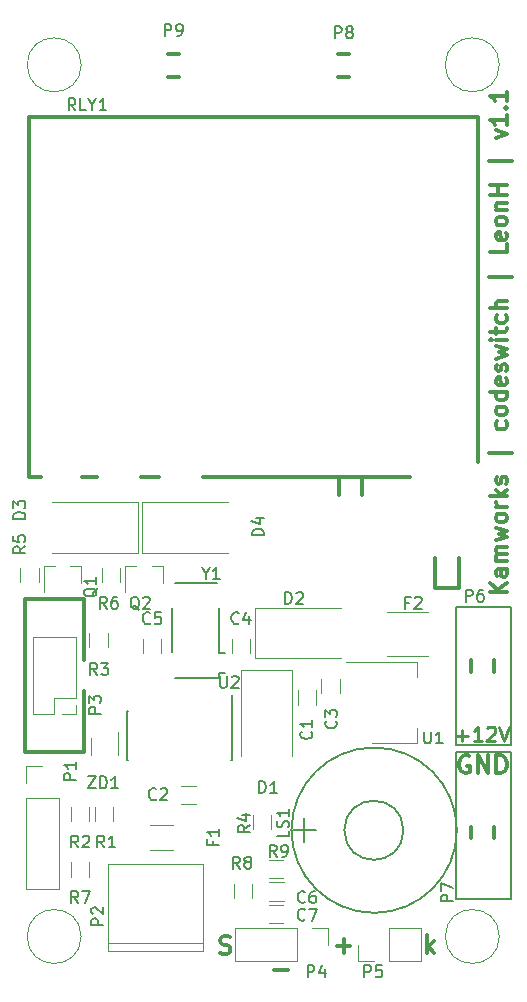
<source format=gbr>
G04 #@! TF.FileFunction,Legend,Top*
%FSLAX46Y46*%
G04 Gerber Fmt 4.6, Leading zero omitted, Abs format (unit mm)*
G04 Created by KiCad (PCBNEW 4.0.5-e0-6337~49~ubuntu16.04.1) date Sun Mar 26 23:32:04 2017*
%MOMM*%
%LPD*%
G01*
G04 APERTURE LIST*
%ADD10C,0.100000*%
%ADD11C,0.300000*%
%ADD12C,0.200000*%
%ADD13C,0.250000*%
%ADD14C,0.120000*%
%ADD15C,0.304800*%
%ADD16C,0.150000*%
G04 APERTURE END LIST*
D10*
D11*
X133550000Y-127978571D02*
X133550000Y-126478571D01*
X133692857Y-127407143D02*
X134121428Y-127978571D01*
X134121428Y-126978571D02*
X133550000Y-127550000D01*
D12*
X140700000Y-110400000D02*
X136000000Y-110400000D01*
X140700000Y-98700000D02*
X140700000Y-110400000D01*
X136000000Y-98700000D02*
X140700000Y-98700000D01*
X136000000Y-110400000D02*
X136000000Y-98700000D01*
X140700000Y-123400000D02*
X136000000Y-123400000D01*
X140700000Y-114600000D02*
X140700000Y-123400000D01*
X140700000Y-111000000D02*
X140700000Y-114600000D01*
X136000000Y-111000000D02*
X140700000Y-111000000D01*
X136000000Y-123400000D02*
X136000000Y-111000000D01*
D11*
X137157143Y-111350000D02*
X137014286Y-111278571D01*
X136800000Y-111278571D01*
X136585715Y-111350000D01*
X136442857Y-111492857D01*
X136371429Y-111635714D01*
X136300000Y-111921429D01*
X136300000Y-112135714D01*
X136371429Y-112421429D01*
X136442857Y-112564286D01*
X136585715Y-112707143D01*
X136800000Y-112778571D01*
X136942857Y-112778571D01*
X137157143Y-112707143D01*
X137228572Y-112635714D01*
X137228572Y-112135714D01*
X136942857Y-112135714D01*
X137871429Y-112778571D02*
X137871429Y-111278571D01*
X138728572Y-112778571D01*
X138728572Y-111278571D01*
X139442858Y-112778571D02*
X139442858Y-111278571D01*
X139800001Y-111278571D01*
X140014286Y-111350000D01*
X140157144Y-111492857D01*
X140228572Y-111635714D01*
X140300001Y-111921429D01*
X140300001Y-112135714D01*
X140228572Y-112421429D01*
X140157144Y-112564286D01*
X140014286Y-112707143D01*
X139800001Y-112778571D01*
X139442858Y-112778571D01*
D13*
X136085715Y-109585714D02*
X137000001Y-109585714D01*
X136542858Y-110042857D02*
X136542858Y-109128571D01*
X138200001Y-110042857D02*
X137514286Y-110042857D01*
X137857144Y-110042857D02*
X137857144Y-108842857D01*
X137742858Y-109014286D01*
X137628572Y-109128571D01*
X137514286Y-109185714D01*
X138657143Y-108957143D02*
X138714286Y-108900000D01*
X138828572Y-108842857D01*
X139114286Y-108842857D01*
X139228572Y-108900000D01*
X139285715Y-108957143D01*
X139342858Y-109071429D01*
X139342858Y-109185714D01*
X139285715Y-109357143D01*
X138600001Y-110042857D01*
X139342858Y-110042857D01*
X139685715Y-108842857D02*
X140085715Y-110042857D01*
X140485715Y-108842857D01*
D11*
X116071429Y-128007143D02*
X116285715Y-128078571D01*
X116642858Y-128078571D01*
X116785715Y-128007143D01*
X116857144Y-127935714D01*
X116928572Y-127792857D01*
X116928572Y-127650000D01*
X116857144Y-127507143D01*
X116785715Y-127435714D01*
X116642858Y-127364286D01*
X116357144Y-127292857D01*
X116214286Y-127221429D01*
X116142858Y-127150000D01*
X116071429Y-127007143D01*
X116071429Y-126864286D01*
X116142858Y-126721429D01*
X116214286Y-126650000D01*
X116357144Y-126578571D01*
X116714286Y-126578571D01*
X116928572Y-126650000D01*
X120628572Y-129407143D02*
X121771429Y-129407143D01*
X125928572Y-127407143D02*
X127071429Y-127407143D01*
X126500000Y-127978571D02*
X126500000Y-126835714D01*
X140333333Y-97466669D02*
X138933333Y-97466669D01*
X140333333Y-96666669D02*
X139533333Y-97266669D01*
X138933333Y-96666669D02*
X139733333Y-97466669D01*
X140333333Y-95466669D02*
X139600000Y-95466669D01*
X139466667Y-95533335D01*
X139400000Y-95666669D01*
X139400000Y-95933335D01*
X139466667Y-96066669D01*
X140266667Y-95466669D02*
X140333333Y-95600002D01*
X140333333Y-95933335D01*
X140266667Y-96066669D01*
X140133333Y-96133335D01*
X140000000Y-96133335D01*
X139866667Y-96066669D01*
X139800000Y-95933335D01*
X139800000Y-95600002D01*
X139733333Y-95466669D01*
X140333333Y-94800002D02*
X139400000Y-94800002D01*
X139533333Y-94800002D02*
X139466667Y-94733335D01*
X139400000Y-94600002D01*
X139400000Y-94400002D01*
X139466667Y-94266668D01*
X139600000Y-94200002D01*
X140333333Y-94200002D01*
X139600000Y-94200002D02*
X139466667Y-94133335D01*
X139400000Y-94000002D01*
X139400000Y-93800002D01*
X139466667Y-93666668D01*
X139600000Y-93600002D01*
X140333333Y-93600002D01*
X139400000Y-93066668D02*
X140333333Y-92800001D01*
X139666667Y-92533335D01*
X140333333Y-92266668D01*
X139400000Y-92000001D01*
X140333333Y-91266668D02*
X140266667Y-91400001D01*
X140200000Y-91466668D01*
X140066667Y-91533334D01*
X139666667Y-91533334D01*
X139533333Y-91466668D01*
X139466667Y-91400001D01*
X139400000Y-91266668D01*
X139400000Y-91066668D01*
X139466667Y-90933334D01*
X139533333Y-90866668D01*
X139666667Y-90800001D01*
X140066667Y-90800001D01*
X140200000Y-90866668D01*
X140266667Y-90933334D01*
X140333333Y-91066668D01*
X140333333Y-91266668D01*
X140333333Y-90200001D02*
X139400000Y-90200001D01*
X139666667Y-90200001D02*
X139533333Y-90133334D01*
X139466667Y-90066667D01*
X139400000Y-89933334D01*
X139400000Y-89800001D01*
X140333333Y-89333334D02*
X138933333Y-89333334D01*
X139800000Y-89200000D02*
X140333333Y-88800000D01*
X139400000Y-88800000D02*
X139933333Y-89333334D01*
X140266667Y-88266667D02*
X140333333Y-88133334D01*
X140333333Y-87866667D01*
X140266667Y-87733334D01*
X140133333Y-87666667D01*
X140066667Y-87666667D01*
X139933333Y-87733334D01*
X139866667Y-87866667D01*
X139866667Y-88066667D01*
X139800000Y-88200001D01*
X139666667Y-88266667D01*
X139600000Y-88266667D01*
X139466667Y-88200001D01*
X139400000Y-88066667D01*
X139400000Y-87866667D01*
X139466667Y-87733334D01*
X140800000Y-85666667D02*
X138800000Y-85666667D01*
X140266667Y-83000001D02*
X140333333Y-83133334D01*
X140333333Y-83400001D01*
X140266667Y-83533334D01*
X140200000Y-83600001D01*
X140066667Y-83666667D01*
X139666667Y-83666667D01*
X139533333Y-83600001D01*
X139466667Y-83533334D01*
X139400000Y-83400001D01*
X139400000Y-83133334D01*
X139466667Y-83000001D01*
X140333333Y-82200001D02*
X140266667Y-82333334D01*
X140200000Y-82400001D01*
X140066667Y-82466667D01*
X139666667Y-82466667D01*
X139533333Y-82400001D01*
X139466667Y-82333334D01*
X139400000Y-82200001D01*
X139400000Y-82000001D01*
X139466667Y-81866667D01*
X139533333Y-81800001D01*
X139666667Y-81733334D01*
X140066667Y-81733334D01*
X140200000Y-81800001D01*
X140266667Y-81866667D01*
X140333333Y-82000001D01*
X140333333Y-82200001D01*
X140333333Y-80533334D02*
X138933333Y-80533334D01*
X140266667Y-80533334D02*
X140333333Y-80666667D01*
X140333333Y-80933334D01*
X140266667Y-81066667D01*
X140200000Y-81133334D01*
X140066667Y-81200000D01*
X139666667Y-81200000D01*
X139533333Y-81133334D01*
X139466667Y-81066667D01*
X139400000Y-80933334D01*
X139400000Y-80666667D01*
X139466667Y-80533334D01*
X140266667Y-79333333D02*
X140333333Y-79466667D01*
X140333333Y-79733333D01*
X140266667Y-79866667D01*
X140133333Y-79933333D01*
X139600000Y-79933333D01*
X139466667Y-79866667D01*
X139400000Y-79733333D01*
X139400000Y-79466667D01*
X139466667Y-79333333D01*
X139600000Y-79266667D01*
X139733333Y-79266667D01*
X139866667Y-79933333D01*
X140266667Y-78733333D02*
X140333333Y-78600000D01*
X140333333Y-78333333D01*
X140266667Y-78200000D01*
X140133333Y-78133333D01*
X140066667Y-78133333D01*
X139933333Y-78200000D01*
X139866667Y-78333333D01*
X139866667Y-78533333D01*
X139800000Y-78666667D01*
X139666667Y-78733333D01*
X139600000Y-78733333D01*
X139466667Y-78666667D01*
X139400000Y-78533333D01*
X139400000Y-78333333D01*
X139466667Y-78200000D01*
X139400000Y-77666667D02*
X140333333Y-77400000D01*
X139666667Y-77133334D01*
X140333333Y-76866667D01*
X139400000Y-76600000D01*
X140333333Y-76066667D02*
X139400000Y-76066667D01*
X138933333Y-76066667D02*
X139000000Y-76133333D01*
X139066667Y-76066667D01*
X139000000Y-76000000D01*
X138933333Y-76066667D01*
X139066667Y-76066667D01*
X139400000Y-75600000D02*
X139400000Y-75066666D01*
X138933333Y-75400000D02*
X140133333Y-75400000D01*
X140266667Y-75333333D01*
X140333333Y-75200000D01*
X140333333Y-75066666D01*
X140266667Y-74000000D02*
X140333333Y-74133333D01*
X140333333Y-74400000D01*
X140266667Y-74533333D01*
X140200000Y-74600000D01*
X140066667Y-74666666D01*
X139666667Y-74666666D01*
X139533333Y-74600000D01*
X139466667Y-74533333D01*
X139400000Y-74400000D01*
X139400000Y-74133333D01*
X139466667Y-74000000D01*
X140333333Y-73400000D02*
X138933333Y-73400000D01*
X140333333Y-72800000D02*
X139600000Y-72800000D01*
X139466667Y-72866666D01*
X139400000Y-73000000D01*
X139400000Y-73200000D01*
X139466667Y-73333333D01*
X139533333Y-73400000D01*
X140800000Y-70733332D02*
X138800000Y-70733332D01*
X140333333Y-67999999D02*
X140333333Y-68666666D01*
X138933333Y-68666666D01*
X140266667Y-66999999D02*
X140333333Y-67133333D01*
X140333333Y-67399999D01*
X140266667Y-67533333D01*
X140133333Y-67599999D01*
X139600000Y-67599999D01*
X139466667Y-67533333D01*
X139400000Y-67399999D01*
X139400000Y-67133333D01*
X139466667Y-66999999D01*
X139600000Y-66933333D01*
X139733333Y-66933333D01*
X139866667Y-67599999D01*
X140333333Y-66133333D02*
X140266667Y-66266666D01*
X140200000Y-66333333D01*
X140066667Y-66399999D01*
X139666667Y-66399999D01*
X139533333Y-66333333D01*
X139466667Y-66266666D01*
X139400000Y-66133333D01*
X139400000Y-65933333D01*
X139466667Y-65799999D01*
X139533333Y-65733333D01*
X139666667Y-65666666D01*
X140066667Y-65666666D01*
X140200000Y-65733333D01*
X140266667Y-65799999D01*
X140333333Y-65933333D01*
X140333333Y-66133333D01*
X139400000Y-65066666D02*
X140333333Y-65066666D01*
X139533333Y-65066666D02*
X139466667Y-64999999D01*
X139400000Y-64866666D01*
X139400000Y-64666666D01*
X139466667Y-64533332D01*
X139600000Y-64466666D01*
X140333333Y-64466666D01*
X140333333Y-63799999D02*
X138933333Y-63799999D01*
X139600000Y-63799999D02*
X139600000Y-62999999D01*
X140333333Y-62999999D02*
X138933333Y-62999999D01*
X140800000Y-60933331D02*
X138800000Y-60933331D01*
X139400000Y-58999998D02*
X140333333Y-58666665D01*
X139400000Y-58333331D01*
X140333333Y-57066664D02*
X140333333Y-57866664D01*
X140333333Y-57466664D02*
X138933333Y-57466664D01*
X139133333Y-57599998D01*
X139266667Y-57733331D01*
X139333333Y-57866664D01*
X140200000Y-56466665D02*
X140266667Y-56399998D01*
X140333333Y-56466665D01*
X140266667Y-56533331D01*
X140200000Y-56466665D01*
X140333333Y-56466665D01*
X140333333Y-55066664D02*
X140333333Y-55866664D01*
X140333333Y-55466664D02*
X138933333Y-55466664D01*
X139133333Y-55599998D01*
X139266667Y-55733331D01*
X139333333Y-55866664D01*
D14*
X139686000Y-52800000D02*
G75*
G03X139686000Y-52800000I-2286000J0D01*
G01*
X139686000Y-126600000D02*
G75*
G03X139686000Y-126600000I-2286000J0D01*
G01*
X104286000Y-126600000D02*
G75*
G03X104286000Y-126600000I-2286000J0D01*
G01*
X122150000Y-104000000D02*
X117850000Y-104000000D01*
X117850000Y-104000000D02*
X117850000Y-111300000D01*
X122150000Y-104000000D02*
X122150000Y-111300000D01*
X119000000Y-98750000D02*
X119000000Y-103050000D01*
X119000000Y-103050000D02*
X126300000Y-103050000D01*
X119000000Y-98750000D02*
X126300000Y-98750000D01*
X109100000Y-94150000D02*
X109100000Y-89850000D01*
X109100000Y-89850000D02*
X101800000Y-89850000D01*
X109100000Y-94150000D02*
X101800000Y-94150000D01*
X109400000Y-89850000D02*
X109400000Y-94150000D01*
X109400000Y-94150000D02*
X116700000Y-94150000D01*
X109400000Y-89850000D02*
X116700000Y-89850000D01*
X112100000Y-119270000D02*
X110100000Y-119270000D01*
X110100000Y-117130000D02*
X112100000Y-117130000D01*
X99610000Y-114870000D02*
X99610000Y-122610000D01*
X99610000Y-122610000D02*
X102390000Y-122610000D01*
X102390000Y-122610000D02*
X102390000Y-114870000D01*
X102390000Y-114870000D02*
X99610000Y-114870000D01*
X99610000Y-113600000D02*
X99610000Y-112210000D01*
X99610000Y-112210000D02*
X101000000Y-112210000D01*
X106600000Y-127800000D02*
X114600000Y-127800000D01*
X106600000Y-120480000D02*
X114600000Y-120480000D01*
X114600000Y-120480000D02*
X114600000Y-127800000D01*
X114600000Y-127180000D02*
X106600000Y-127180000D01*
X106600000Y-127800000D02*
X106600000Y-120480000D01*
X122530000Y-125910000D02*
X117330000Y-125910000D01*
X117330000Y-125910000D02*
X117330000Y-128690000D01*
X117330000Y-128690000D02*
X122530000Y-128690000D01*
X122530000Y-128690000D02*
X122530000Y-125910000D01*
X123800000Y-125910000D02*
X125190000Y-125910000D01*
X125190000Y-125910000D02*
X125190000Y-127300000D01*
X130370000Y-128690000D02*
X133030000Y-128690000D01*
X133030000Y-128690000D02*
X133030000Y-125910000D01*
X133030000Y-125910000D02*
X130370000Y-125910000D01*
X130370000Y-125910000D02*
X130370000Y-128690000D01*
X129100000Y-128690000D02*
X127710000Y-128690000D01*
X127710000Y-128690000D02*
X127710000Y-127300000D01*
X104280000Y-95240000D02*
X103350000Y-95240000D01*
X101120000Y-95240000D02*
X102050000Y-95240000D01*
X101120000Y-95240000D02*
X101120000Y-97400000D01*
X104280000Y-95240000D02*
X104280000Y-96700000D01*
X111180000Y-95240000D02*
X110250000Y-95240000D01*
X108020000Y-95240000D02*
X108950000Y-95240000D01*
X108020000Y-95240000D02*
X108020000Y-97400000D01*
X111180000Y-95240000D02*
X111180000Y-96700000D01*
X132710000Y-110210000D02*
X132710000Y-108950000D01*
X132710000Y-103390000D02*
X132710000Y-104650000D01*
X128950000Y-110210000D02*
X132710000Y-110210000D01*
X126700000Y-103390000D02*
X132710000Y-103390000D01*
X107410000Y-111200000D02*
X107410000Y-109300000D01*
X105090000Y-109800000D02*
X105090000Y-111200000D01*
D15*
X139200000Y-104200000D02*
X139200000Y-103200000D01*
X137300000Y-104200000D02*
X137300000Y-103200000D01*
X139200000Y-118300000D02*
X139200000Y-117300000D01*
X137300000Y-118300000D02*
X137300000Y-117300000D01*
X127000000Y-51900000D02*
X126000000Y-51900000D01*
X127000000Y-53800000D02*
X126000000Y-53800000D01*
X112600000Y-51900000D02*
X111600000Y-51900000D01*
X112600000Y-53800000D02*
X111600000Y-53800000D01*
D14*
X133630000Y-99120000D02*
X130170000Y-99120000D01*
X133630000Y-102880000D02*
X130170000Y-102880000D01*
X105420000Y-116825000D02*
X105420000Y-115625000D01*
X106980000Y-115625000D02*
X106980000Y-116825000D01*
X103420000Y-116825000D02*
X103420000Y-115625000D01*
X104980000Y-115625000D02*
X104980000Y-116825000D01*
X124180000Y-105775000D02*
X124180000Y-106975000D01*
X122620000Y-106975000D02*
X122620000Y-105775000D01*
X112775000Y-113820000D02*
X113975000Y-113820000D01*
X113975000Y-115380000D02*
X112775000Y-115380000D01*
X126180000Y-104775000D02*
X126180000Y-105975000D01*
X124620000Y-105975000D02*
X124620000Y-104775000D01*
X117020000Y-102625000D02*
X117020000Y-101425000D01*
X118580000Y-101425000D02*
X118580000Y-102625000D01*
X109520000Y-102625000D02*
X109520000Y-101425000D01*
X111080000Y-101425000D02*
X111080000Y-102625000D01*
X121425000Y-123580000D02*
X120225000Y-123580000D01*
X120225000Y-122020000D02*
X121425000Y-122020000D01*
X106530000Y-100875000D02*
X106530000Y-102075000D01*
X104970000Y-102075000D02*
X104970000Y-100875000D01*
X120380000Y-116275000D02*
X120380000Y-117475000D01*
X118820000Y-117475000D02*
X118820000Y-116275000D01*
X99120000Y-96625000D02*
X99120000Y-95425000D01*
X100680000Y-95425000D02*
X100680000Y-96625000D01*
X107580000Y-95375000D02*
X107580000Y-96575000D01*
X106020000Y-96575000D02*
X106020000Y-95375000D01*
D11*
X104505000Y-103205000D02*
X104505000Y-98005000D01*
X104505000Y-111005000D02*
X104505000Y-105805000D01*
X99505000Y-111005000D02*
X99505000Y-98005000D01*
X99505000Y-98005000D02*
X104505000Y-98005000D01*
X104505000Y-111005000D02*
X99505000Y-111005000D01*
D14*
X103830000Y-106405000D02*
X103830000Y-101205000D01*
X103830000Y-101205000D02*
X100180000Y-101205000D01*
X100180000Y-101205000D02*
X100180000Y-107795000D01*
X100180000Y-107795000D02*
X102005000Y-107795000D01*
X102005000Y-107795000D02*
X102005000Y-106405000D01*
X102005000Y-106405000D02*
X103830000Y-106405000D01*
X103830000Y-107040000D02*
X103830000Y-107795000D01*
X103830000Y-107795000D02*
X102640000Y-107795000D01*
X104286000Y-52800000D02*
G75*
G03X104286000Y-52800000I-2286000J0D01*
G01*
D16*
X112200000Y-96705000D02*
X115820000Y-96705000D01*
X112000000Y-102535000D02*
X112000000Y-98815000D01*
X112200000Y-104725000D02*
X115980000Y-104725000D01*
X115980000Y-104725000D02*
X115980000Y-104305000D01*
X115980000Y-104305000D02*
X116480000Y-104305000D01*
X115940000Y-98785000D02*
X115940000Y-102595000D01*
X115940000Y-102595000D02*
X116450000Y-102595000D01*
X116450000Y-102595000D02*
X116480000Y-102595000D01*
X117050000Y-107525000D02*
X117025000Y-107525000D01*
X117050000Y-111675000D02*
X116935000Y-111675000D01*
X108150000Y-111675000D02*
X108265000Y-111675000D01*
X108150000Y-107525000D02*
X108265000Y-107525000D01*
X117050000Y-107525000D02*
X117050000Y-111675000D01*
X108150000Y-107525000D02*
X108150000Y-111675000D01*
X117025000Y-107525000D02*
X117025000Y-106150000D01*
D14*
X120175000Y-123920000D02*
X121375000Y-123920000D01*
X121375000Y-125480000D02*
X120175000Y-125480000D01*
X103420000Y-121525000D02*
X103420000Y-120325000D01*
X104980000Y-120325000D02*
X104980000Y-121525000D01*
X117220000Y-123325000D02*
X117220000Y-122125000D01*
X118780000Y-122125000D02*
X118780000Y-123325000D01*
X120175000Y-120120000D02*
X121375000Y-120120000D01*
X121375000Y-121680000D02*
X120175000Y-121680000D01*
D16*
X131571380Y-117610000D02*
G75*
G03X131571380Y-117610000I-2501380J0D01*
G01*
X123190520Y-118600760D02*
X123190520Y-116599240D01*
X124188740Y-117600000D02*
X122189760Y-117600000D01*
X136090240Y-117600000D02*
G75*
G03X136090240Y-117600000I-7000240J0D01*
G01*
D11*
X137850000Y-57700000D02*
X137850000Y-57200000D01*
X99850000Y-57700000D02*
X99850000Y-57200000D01*
X134240000Y-94570000D02*
X134240000Y-97070000D01*
X134240000Y-97070000D02*
X136240000Y-97070000D01*
X136240000Y-97070000D02*
X136240000Y-94570000D01*
X128100000Y-89200000D02*
X128100000Y-87700000D01*
X126100000Y-89200000D02*
X126100000Y-87700000D01*
X114600000Y-87700000D02*
X132100000Y-87700000D01*
X109350000Y-87700000D02*
X110850000Y-87700000D01*
X104350000Y-87700000D02*
X105600000Y-87700000D01*
X99850000Y-87700000D02*
X100850000Y-87700000D01*
X137850000Y-57700000D02*
X137850000Y-86450000D01*
X137850000Y-57200000D02*
X99850000Y-57200000D01*
X99850000Y-57700000D02*
X99850000Y-87700000D01*
D16*
X119361905Y-114452381D02*
X119361905Y-113452381D01*
X119600000Y-113452381D01*
X119742858Y-113500000D01*
X119838096Y-113595238D01*
X119885715Y-113690476D01*
X119933334Y-113880952D01*
X119933334Y-114023810D01*
X119885715Y-114214286D01*
X119838096Y-114309524D01*
X119742858Y-114404762D01*
X119600000Y-114452381D01*
X119361905Y-114452381D01*
X120885715Y-114452381D02*
X120314286Y-114452381D01*
X120600000Y-114452381D02*
X120600000Y-113452381D01*
X120504762Y-113595238D01*
X120409524Y-113690476D01*
X120314286Y-113738095D01*
X121561905Y-98452381D02*
X121561905Y-97452381D01*
X121800000Y-97452381D01*
X121942858Y-97500000D01*
X122038096Y-97595238D01*
X122085715Y-97690476D01*
X122133334Y-97880952D01*
X122133334Y-98023810D01*
X122085715Y-98214286D01*
X122038096Y-98309524D01*
X121942858Y-98404762D01*
X121800000Y-98452381D01*
X121561905Y-98452381D01*
X122514286Y-97547619D02*
X122561905Y-97500000D01*
X122657143Y-97452381D01*
X122895239Y-97452381D01*
X122990477Y-97500000D01*
X123038096Y-97547619D01*
X123085715Y-97642857D01*
X123085715Y-97738095D01*
X123038096Y-97880952D01*
X122466667Y-98452381D01*
X123085715Y-98452381D01*
X99552381Y-91238095D02*
X98552381Y-91238095D01*
X98552381Y-91000000D01*
X98600000Y-90857142D01*
X98695238Y-90761904D01*
X98790476Y-90714285D01*
X98980952Y-90666666D01*
X99123810Y-90666666D01*
X99314286Y-90714285D01*
X99409524Y-90761904D01*
X99504762Y-90857142D01*
X99552381Y-91000000D01*
X99552381Y-91238095D01*
X98552381Y-90333333D02*
X98552381Y-89714285D01*
X98933333Y-90047619D01*
X98933333Y-89904761D01*
X98980952Y-89809523D01*
X99028571Y-89761904D01*
X99123810Y-89714285D01*
X99361905Y-89714285D01*
X99457143Y-89761904D01*
X99504762Y-89809523D01*
X99552381Y-89904761D01*
X99552381Y-90190476D01*
X99504762Y-90285714D01*
X99457143Y-90333333D01*
X119752381Y-92638095D02*
X118752381Y-92638095D01*
X118752381Y-92400000D01*
X118800000Y-92257142D01*
X118895238Y-92161904D01*
X118990476Y-92114285D01*
X119180952Y-92066666D01*
X119323810Y-92066666D01*
X119514286Y-92114285D01*
X119609524Y-92161904D01*
X119704762Y-92257142D01*
X119752381Y-92400000D01*
X119752381Y-92638095D01*
X119085714Y-91209523D02*
X119752381Y-91209523D01*
X118704762Y-91447619D02*
X119419048Y-91685714D01*
X119419048Y-91066666D01*
X115428571Y-118533333D02*
X115428571Y-118866667D01*
X115952381Y-118866667D02*
X114952381Y-118866667D01*
X114952381Y-118390476D01*
X115952381Y-117485714D02*
X115952381Y-118057143D01*
X115952381Y-117771429D02*
X114952381Y-117771429D01*
X115095238Y-117866667D01*
X115190476Y-117961905D01*
X115238095Y-118057143D01*
X103852381Y-113338095D02*
X102852381Y-113338095D01*
X102852381Y-112957142D01*
X102900000Y-112861904D01*
X102947619Y-112814285D01*
X103042857Y-112766666D01*
X103185714Y-112766666D01*
X103280952Y-112814285D01*
X103328571Y-112861904D01*
X103376190Y-112957142D01*
X103376190Y-113338095D01*
X103852381Y-111814285D02*
X103852381Y-112385714D01*
X103852381Y-112100000D02*
X102852381Y-112100000D01*
X102995238Y-112195238D01*
X103090476Y-112290476D01*
X103138095Y-112385714D01*
X106152381Y-125638095D02*
X105152381Y-125638095D01*
X105152381Y-125257142D01*
X105200000Y-125161904D01*
X105247619Y-125114285D01*
X105342857Y-125066666D01*
X105485714Y-125066666D01*
X105580952Y-125114285D01*
X105628571Y-125161904D01*
X105676190Y-125257142D01*
X105676190Y-125638095D01*
X105247619Y-124685714D02*
X105200000Y-124638095D01*
X105152381Y-124542857D01*
X105152381Y-124304761D01*
X105200000Y-124209523D01*
X105247619Y-124161904D01*
X105342857Y-124114285D01*
X105438095Y-124114285D01*
X105580952Y-124161904D01*
X106152381Y-124733333D01*
X106152381Y-124114285D01*
X123461905Y-130052381D02*
X123461905Y-129052381D01*
X123842858Y-129052381D01*
X123938096Y-129100000D01*
X123985715Y-129147619D01*
X124033334Y-129242857D01*
X124033334Y-129385714D01*
X123985715Y-129480952D01*
X123938096Y-129528571D01*
X123842858Y-129576190D01*
X123461905Y-129576190D01*
X124890477Y-129385714D02*
X124890477Y-130052381D01*
X124652381Y-129004762D02*
X124414286Y-129719048D01*
X125033334Y-129719048D01*
X128261905Y-130052381D02*
X128261905Y-129052381D01*
X128642858Y-129052381D01*
X128738096Y-129100000D01*
X128785715Y-129147619D01*
X128833334Y-129242857D01*
X128833334Y-129385714D01*
X128785715Y-129480952D01*
X128738096Y-129528571D01*
X128642858Y-129576190D01*
X128261905Y-129576190D01*
X129738096Y-129052381D02*
X129261905Y-129052381D01*
X129214286Y-129528571D01*
X129261905Y-129480952D01*
X129357143Y-129433333D01*
X129595239Y-129433333D01*
X129690477Y-129480952D01*
X129738096Y-129528571D01*
X129785715Y-129623810D01*
X129785715Y-129861905D01*
X129738096Y-129957143D01*
X129690477Y-130004762D01*
X129595239Y-130052381D01*
X129357143Y-130052381D01*
X129261905Y-130004762D01*
X129214286Y-129957143D01*
X105647619Y-97095238D02*
X105600000Y-97190476D01*
X105504762Y-97285714D01*
X105361905Y-97428571D01*
X105314286Y-97523810D01*
X105314286Y-97619048D01*
X105552381Y-97571429D02*
X105504762Y-97666667D01*
X105409524Y-97761905D01*
X105219048Y-97809524D01*
X104885714Y-97809524D01*
X104695238Y-97761905D01*
X104600000Y-97666667D01*
X104552381Y-97571429D01*
X104552381Y-97380952D01*
X104600000Y-97285714D01*
X104695238Y-97190476D01*
X104885714Y-97142857D01*
X105219048Y-97142857D01*
X105409524Y-97190476D01*
X105504762Y-97285714D01*
X105552381Y-97380952D01*
X105552381Y-97571429D01*
X105552381Y-96190476D02*
X105552381Y-96761905D01*
X105552381Y-96476191D02*
X104552381Y-96476191D01*
X104695238Y-96571429D01*
X104790476Y-96666667D01*
X104838095Y-96761905D01*
X109204762Y-98947619D02*
X109109524Y-98900000D01*
X109014286Y-98804762D01*
X108871429Y-98661905D01*
X108776190Y-98614286D01*
X108680952Y-98614286D01*
X108728571Y-98852381D02*
X108633333Y-98804762D01*
X108538095Y-98709524D01*
X108490476Y-98519048D01*
X108490476Y-98185714D01*
X108538095Y-97995238D01*
X108633333Y-97900000D01*
X108728571Y-97852381D01*
X108919048Y-97852381D01*
X109014286Y-97900000D01*
X109109524Y-97995238D01*
X109157143Y-98185714D01*
X109157143Y-98519048D01*
X109109524Y-98709524D01*
X109014286Y-98804762D01*
X108919048Y-98852381D01*
X108728571Y-98852381D01*
X109538095Y-97947619D02*
X109585714Y-97900000D01*
X109680952Y-97852381D01*
X109919048Y-97852381D01*
X110014286Y-97900000D01*
X110061905Y-97947619D01*
X110109524Y-98042857D01*
X110109524Y-98138095D01*
X110061905Y-98280952D01*
X109490476Y-98852381D01*
X110109524Y-98852381D01*
X133338095Y-109252381D02*
X133338095Y-110061905D01*
X133385714Y-110157143D01*
X133433333Y-110204762D01*
X133528571Y-110252381D01*
X133719048Y-110252381D01*
X133814286Y-110204762D01*
X133861905Y-110157143D01*
X133909524Y-110061905D01*
X133909524Y-109252381D01*
X134909524Y-110252381D02*
X134338095Y-110252381D01*
X134623809Y-110252381D02*
X134623809Y-109252381D01*
X134528571Y-109395238D01*
X134433333Y-109490476D01*
X134338095Y-109538095D01*
X104840476Y-113052381D02*
X105507143Y-113052381D01*
X104840476Y-114052381D01*
X105507143Y-114052381D01*
X105888095Y-114052381D02*
X105888095Y-113052381D01*
X106126190Y-113052381D01*
X106269048Y-113100000D01*
X106364286Y-113195238D01*
X106411905Y-113290476D01*
X106459524Y-113480952D01*
X106459524Y-113623810D01*
X106411905Y-113814286D01*
X106364286Y-113909524D01*
X106269048Y-114004762D01*
X106126190Y-114052381D01*
X105888095Y-114052381D01*
X107411905Y-114052381D02*
X106840476Y-114052381D01*
X107126190Y-114052381D02*
X107126190Y-113052381D01*
X107030952Y-113195238D01*
X106935714Y-113290476D01*
X106840476Y-113338095D01*
X136861905Y-98252381D02*
X136861905Y-97252381D01*
X137242858Y-97252381D01*
X137338096Y-97300000D01*
X137385715Y-97347619D01*
X137433334Y-97442857D01*
X137433334Y-97585714D01*
X137385715Y-97680952D01*
X137338096Y-97728571D01*
X137242858Y-97776190D01*
X136861905Y-97776190D01*
X138290477Y-97252381D02*
X138100000Y-97252381D01*
X138004762Y-97300000D01*
X137957143Y-97347619D01*
X137861905Y-97490476D01*
X137814286Y-97680952D01*
X137814286Y-98061905D01*
X137861905Y-98157143D01*
X137909524Y-98204762D01*
X138004762Y-98252381D01*
X138195239Y-98252381D01*
X138290477Y-98204762D01*
X138338096Y-98157143D01*
X138385715Y-98061905D01*
X138385715Y-97823810D01*
X138338096Y-97728571D01*
X138290477Y-97680952D01*
X138195239Y-97633333D01*
X138004762Y-97633333D01*
X137909524Y-97680952D01*
X137861905Y-97728571D01*
X137814286Y-97823810D01*
X135752381Y-123638095D02*
X134752381Y-123638095D01*
X134752381Y-123257142D01*
X134800000Y-123161904D01*
X134847619Y-123114285D01*
X134942857Y-123066666D01*
X135085714Y-123066666D01*
X135180952Y-123114285D01*
X135228571Y-123161904D01*
X135276190Y-123257142D01*
X135276190Y-123638095D01*
X134752381Y-122733333D02*
X134752381Y-122066666D01*
X135752381Y-122495238D01*
X125761905Y-50552381D02*
X125761905Y-49552381D01*
X126142858Y-49552381D01*
X126238096Y-49600000D01*
X126285715Y-49647619D01*
X126333334Y-49742857D01*
X126333334Y-49885714D01*
X126285715Y-49980952D01*
X126238096Y-50028571D01*
X126142858Y-50076190D01*
X125761905Y-50076190D01*
X126904762Y-49980952D02*
X126809524Y-49933333D01*
X126761905Y-49885714D01*
X126714286Y-49790476D01*
X126714286Y-49742857D01*
X126761905Y-49647619D01*
X126809524Y-49600000D01*
X126904762Y-49552381D01*
X127095239Y-49552381D01*
X127190477Y-49600000D01*
X127238096Y-49647619D01*
X127285715Y-49742857D01*
X127285715Y-49790476D01*
X127238096Y-49885714D01*
X127190477Y-49933333D01*
X127095239Y-49980952D01*
X126904762Y-49980952D01*
X126809524Y-50028571D01*
X126761905Y-50076190D01*
X126714286Y-50171429D01*
X126714286Y-50361905D01*
X126761905Y-50457143D01*
X126809524Y-50504762D01*
X126904762Y-50552381D01*
X127095239Y-50552381D01*
X127190477Y-50504762D01*
X127238096Y-50457143D01*
X127285715Y-50361905D01*
X127285715Y-50171429D01*
X127238096Y-50076190D01*
X127190477Y-50028571D01*
X127095239Y-49980952D01*
X111361905Y-50352381D02*
X111361905Y-49352381D01*
X111742858Y-49352381D01*
X111838096Y-49400000D01*
X111885715Y-49447619D01*
X111933334Y-49542857D01*
X111933334Y-49685714D01*
X111885715Y-49780952D01*
X111838096Y-49828571D01*
X111742858Y-49876190D01*
X111361905Y-49876190D01*
X112409524Y-50352381D02*
X112600000Y-50352381D01*
X112695239Y-50304762D01*
X112742858Y-50257143D01*
X112838096Y-50114286D01*
X112885715Y-49923810D01*
X112885715Y-49542857D01*
X112838096Y-49447619D01*
X112790477Y-49400000D01*
X112695239Y-49352381D01*
X112504762Y-49352381D01*
X112409524Y-49400000D01*
X112361905Y-49447619D01*
X112314286Y-49542857D01*
X112314286Y-49780952D01*
X112361905Y-49876190D01*
X112409524Y-49923810D01*
X112504762Y-49971429D01*
X112695239Y-49971429D01*
X112790477Y-49923810D01*
X112838096Y-49876190D01*
X112885715Y-49780952D01*
X132066667Y-98328571D02*
X131733333Y-98328571D01*
X131733333Y-98852381D02*
X131733333Y-97852381D01*
X132209524Y-97852381D01*
X132542857Y-97947619D02*
X132590476Y-97900000D01*
X132685714Y-97852381D01*
X132923810Y-97852381D01*
X133019048Y-97900000D01*
X133066667Y-97947619D01*
X133114286Y-98042857D01*
X133114286Y-98138095D01*
X133066667Y-98280952D01*
X132495238Y-98852381D01*
X133114286Y-98852381D01*
X106233334Y-119052381D02*
X105900000Y-118576190D01*
X105661905Y-119052381D02*
X105661905Y-118052381D01*
X106042858Y-118052381D01*
X106138096Y-118100000D01*
X106185715Y-118147619D01*
X106233334Y-118242857D01*
X106233334Y-118385714D01*
X106185715Y-118480952D01*
X106138096Y-118528571D01*
X106042858Y-118576190D01*
X105661905Y-118576190D01*
X107185715Y-119052381D02*
X106614286Y-119052381D01*
X106900000Y-119052381D02*
X106900000Y-118052381D01*
X106804762Y-118195238D01*
X106709524Y-118290476D01*
X106614286Y-118338095D01*
X104033334Y-119052381D02*
X103700000Y-118576190D01*
X103461905Y-119052381D02*
X103461905Y-118052381D01*
X103842858Y-118052381D01*
X103938096Y-118100000D01*
X103985715Y-118147619D01*
X104033334Y-118242857D01*
X104033334Y-118385714D01*
X103985715Y-118480952D01*
X103938096Y-118528571D01*
X103842858Y-118576190D01*
X103461905Y-118576190D01*
X104414286Y-118147619D02*
X104461905Y-118100000D01*
X104557143Y-118052381D01*
X104795239Y-118052381D01*
X104890477Y-118100000D01*
X104938096Y-118147619D01*
X104985715Y-118242857D01*
X104985715Y-118338095D01*
X104938096Y-118480952D01*
X104366667Y-119052381D01*
X104985715Y-119052381D01*
X123757143Y-109266666D02*
X123804762Y-109314285D01*
X123852381Y-109457142D01*
X123852381Y-109552380D01*
X123804762Y-109695238D01*
X123709524Y-109790476D01*
X123614286Y-109838095D01*
X123423810Y-109885714D01*
X123280952Y-109885714D01*
X123090476Y-109838095D01*
X122995238Y-109790476D01*
X122900000Y-109695238D01*
X122852381Y-109552380D01*
X122852381Y-109457142D01*
X122900000Y-109314285D01*
X122947619Y-109266666D01*
X123852381Y-108314285D02*
X123852381Y-108885714D01*
X123852381Y-108600000D02*
X122852381Y-108600000D01*
X122995238Y-108695238D01*
X123090476Y-108790476D01*
X123138095Y-108885714D01*
X110633334Y-114957143D02*
X110585715Y-115004762D01*
X110442858Y-115052381D01*
X110347620Y-115052381D01*
X110204762Y-115004762D01*
X110109524Y-114909524D01*
X110061905Y-114814286D01*
X110014286Y-114623810D01*
X110014286Y-114480952D01*
X110061905Y-114290476D01*
X110109524Y-114195238D01*
X110204762Y-114100000D01*
X110347620Y-114052381D01*
X110442858Y-114052381D01*
X110585715Y-114100000D01*
X110633334Y-114147619D01*
X111014286Y-114147619D02*
X111061905Y-114100000D01*
X111157143Y-114052381D01*
X111395239Y-114052381D01*
X111490477Y-114100000D01*
X111538096Y-114147619D01*
X111585715Y-114242857D01*
X111585715Y-114338095D01*
X111538096Y-114480952D01*
X110966667Y-115052381D01*
X111585715Y-115052381D01*
X125857143Y-108366666D02*
X125904762Y-108414285D01*
X125952381Y-108557142D01*
X125952381Y-108652380D01*
X125904762Y-108795238D01*
X125809524Y-108890476D01*
X125714286Y-108938095D01*
X125523810Y-108985714D01*
X125380952Y-108985714D01*
X125190476Y-108938095D01*
X125095238Y-108890476D01*
X125000000Y-108795238D01*
X124952381Y-108652380D01*
X124952381Y-108557142D01*
X125000000Y-108414285D01*
X125047619Y-108366666D01*
X124952381Y-108033333D02*
X124952381Y-107414285D01*
X125333333Y-107747619D01*
X125333333Y-107604761D01*
X125380952Y-107509523D01*
X125428571Y-107461904D01*
X125523810Y-107414285D01*
X125761905Y-107414285D01*
X125857143Y-107461904D01*
X125904762Y-107509523D01*
X125952381Y-107604761D01*
X125952381Y-107890476D01*
X125904762Y-107985714D01*
X125857143Y-108033333D01*
X117633334Y-100057143D02*
X117585715Y-100104762D01*
X117442858Y-100152381D01*
X117347620Y-100152381D01*
X117204762Y-100104762D01*
X117109524Y-100009524D01*
X117061905Y-99914286D01*
X117014286Y-99723810D01*
X117014286Y-99580952D01*
X117061905Y-99390476D01*
X117109524Y-99295238D01*
X117204762Y-99200000D01*
X117347620Y-99152381D01*
X117442858Y-99152381D01*
X117585715Y-99200000D01*
X117633334Y-99247619D01*
X118490477Y-99485714D02*
X118490477Y-100152381D01*
X118252381Y-99104762D02*
X118014286Y-99819048D01*
X118633334Y-99819048D01*
X110133334Y-100057143D02*
X110085715Y-100104762D01*
X109942858Y-100152381D01*
X109847620Y-100152381D01*
X109704762Y-100104762D01*
X109609524Y-100009524D01*
X109561905Y-99914286D01*
X109514286Y-99723810D01*
X109514286Y-99580952D01*
X109561905Y-99390476D01*
X109609524Y-99295238D01*
X109704762Y-99200000D01*
X109847620Y-99152381D01*
X109942858Y-99152381D01*
X110085715Y-99200000D01*
X110133334Y-99247619D01*
X111038096Y-99152381D02*
X110561905Y-99152381D01*
X110514286Y-99628571D01*
X110561905Y-99580952D01*
X110657143Y-99533333D01*
X110895239Y-99533333D01*
X110990477Y-99580952D01*
X111038096Y-99628571D01*
X111085715Y-99723810D01*
X111085715Y-99961905D01*
X111038096Y-100057143D01*
X110990477Y-100104762D01*
X110895239Y-100152381D01*
X110657143Y-100152381D01*
X110561905Y-100104762D01*
X110514286Y-100057143D01*
X123233334Y-123657143D02*
X123185715Y-123704762D01*
X123042858Y-123752381D01*
X122947620Y-123752381D01*
X122804762Y-123704762D01*
X122709524Y-123609524D01*
X122661905Y-123514286D01*
X122614286Y-123323810D01*
X122614286Y-123180952D01*
X122661905Y-122990476D01*
X122709524Y-122895238D01*
X122804762Y-122800000D01*
X122947620Y-122752381D01*
X123042858Y-122752381D01*
X123185715Y-122800000D01*
X123233334Y-122847619D01*
X124090477Y-122752381D02*
X123900000Y-122752381D01*
X123804762Y-122800000D01*
X123757143Y-122847619D01*
X123661905Y-122990476D01*
X123614286Y-123180952D01*
X123614286Y-123561905D01*
X123661905Y-123657143D01*
X123709524Y-123704762D01*
X123804762Y-123752381D01*
X123995239Y-123752381D01*
X124090477Y-123704762D01*
X124138096Y-123657143D01*
X124185715Y-123561905D01*
X124185715Y-123323810D01*
X124138096Y-123228571D01*
X124090477Y-123180952D01*
X123995239Y-123133333D01*
X123804762Y-123133333D01*
X123709524Y-123180952D01*
X123661905Y-123228571D01*
X123614286Y-123323810D01*
X105633334Y-104452381D02*
X105300000Y-103976190D01*
X105061905Y-104452381D02*
X105061905Y-103452381D01*
X105442858Y-103452381D01*
X105538096Y-103500000D01*
X105585715Y-103547619D01*
X105633334Y-103642857D01*
X105633334Y-103785714D01*
X105585715Y-103880952D01*
X105538096Y-103928571D01*
X105442858Y-103976190D01*
X105061905Y-103976190D01*
X105966667Y-103452381D02*
X106585715Y-103452381D01*
X106252381Y-103833333D01*
X106395239Y-103833333D01*
X106490477Y-103880952D01*
X106538096Y-103928571D01*
X106585715Y-104023810D01*
X106585715Y-104261905D01*
X106538096Y-104357143D01*
X106490477Y-104404762D01*
X106395239Y-104452381D01*
X106109524Y-104452381D01*
X106014286Y-104404762D01*
X105966667Y-104357143D01*
X118552381Y-117166666D02*
X118076190Y-117500000D01*
X118552381Y-117738095D02*
X117552381Y-117738095D01*
X117552381Y-117357142D01*
X117600000Y-117261904D01*
X117647619Y-117214285D01*
X117742857Y-117166666D01*
X117885714Y-117166666D01*
X117980952Y-117214285D01*
X118028571Y-117261904D01*
X118076190Y-117357142D01*
X118076190Y-117738095D01*
X117885714Y-116309523D02*
X118552381Y-116309523D01*
X117504762Y-116547619D02*
X118219048Y-116785714D01*
X118219048Y-116166666D01*
X99552381Y-93566666D02*
X99076190Y-93900000D01*
X99552381Y-94138095D02*
X98552381Y-94138095D01*
X98552381Y-93757142D01*
X98600000Y-93661904D01*
X98647619Y-93614285D01*
X98742857Y-93566666D01*
X98885714Y-93566666D01*
X98980952Y-93614285D01*
X99028571Y-93661904D01*
X99076190Y-93757142D01*
X99076190Y-94138095D01*
X98552381Y-92661904D02*
X98552381Y-93138095D01*
X99028571Y-93185714D01*
X98980952Y-93138095D01*
X98933333Y-93042857D01*
X98933333Y-92804761D01*
X98980952Y-92709523D01*
X99028571Y-92661904D01*
X99123810Y-92614285D01*
X99361905Y-92614285D01*
X99457143Y-92661904D01*
X99504762Y-92709523D01*
X99552381Y-92804761D01*
X99552381Y-93042857D01*
X99504762Y-93138095D01*
X99457143Y-93185714D01*
X106433334Y-98852381D02*
X106100000Y-98376190D01*
X105861905Y-98852381D02*
X105861905Y-97852381D01*
X106242858Y-97852381D01*
X106338096Y-97900000D01*
X106385715Y-97947619D01*
X106433334Y-98042857D01*
X106433334Y-98185714D01*
X106385715Y-98280952D01*
X106338096Y-98328571D01*
X106242858Y-98376190D01*
X105861905Y-98376190D01*
X107290477Y-97852381D02*
X107100000Y-97852381D01*
X107004762Y-97900000D01*
X106957143Y-97947619D01*
X106861905Y-98090476D01*
X106814286Y-98280952D01*
X106814286Y-98661905D01*
X106861905Y-98757143D01*
X106909524Y-98804762D01*
X107004762Y-98852381D01*
X107195239Y-98852381D01*
X107290477Y-98804762D01*
X107338096Y-98757143D01*
X107385715Y-98661905D01*
X107385715Y-98423810D01*
X107338096Y-98328571D01*
X107290477Y-98280952D01*
X107195239Y-98233333D01*
X107004762Y-98233333D01*
X106909524Y-98280952D01*
X106861905Y-98328571D01*
X106814286Y-98423810D01*
X105952381Y-107738095D02*
X104952381Y-107738095D01*
X104952381Y-107357142D01*
X105000000Y-107261904D01*
X105047619Y-107214285D01*
X105142857Y-107166666D01*
X105285714Y-107166666D01*
X105380952Y-107214285D01*
X105428571Y-107261904D01*
X105476190Y-107357142D01*
X105476190Y-107738095D01*
X104952381Y-106833333D02*
X104952381Y-106214285D01*
X105333333Y-106547619D01*
X105333333Y-106404761D01*
X105380952Y-106309523D01*
X105428571Y-106261904D01*
X105523810Y-106214285D01*
X105761905Y-106214285D01*
X105857143Y-106261904D01*
X105904762Y-106309523D01*
X105952381Y-106404761D01*
X105952381Y-106690476D01*
X105904762Y-106785714D01*
X105857143Y-106833333D01*
X114823809Y-95876190D02*
X114823809Y-96352381D01*
X114490476Y-95352381D02*
X114823809Y-95876190D01*
X115157143Y-95352381D01*
X116014286Y-96352381D02*
X115442857Y-96352381D01*
X115728571Y-96352381D02*
X115728571Y-95352381D01*
X115633333Y-95495238D01*
X115538095Y-95590476D01*
X115442857Y-95638095D01*
X116038095Y-104552381D02*
X116038095Y-105361905D01*
X116085714Y-105457143D01*
X116133333Y-105504762D01*
X116228571Y-105552381D01*
X116419048Y-105552381D01*
X116514286Y-105504762D01*
X116561905Y-105457143D01*
X116609524Y-105361905D01*
X116609524Y-104552381D01*
X117038095Y-104647619D02*
X117085714Y-104600000D01*
X117180952Y-104552381D01*
X117419048Y-104552381D01*
X117514286Y-104600000D01*
X117561905Y-104647619D01*
X117609524Y-104742857D01*
X117609524Y-104838095D01*
X117561905Y-104980952D01*
X116990476Y-105552381D01*
X117609524Y-105552381D01*
X123233334Y-125157143D02*
X123185715Y-125204762D01*
X123042858Y-125252381D01*
X122947620Y-125252381D01*
X122804762Y-125204762D01*
X122709524Y-125109524D01*
X122661905Y-125014286D01*
X122614286Y-124823810D01*
X122614286Y-124680952D01*
X122661905Y-124490476D01*
X122709524Y-124395238D01*
X122804762Y-124300000D01*
X122947620Y-124252381D01*
X123042858Y-124252381D01*
X123185715Y-124300000D01*
X123233334Y-124347619D01*
X123566667Y-124252381D02*
X124233334Y-124252381D01*
X123804762Y-125252381D01*
X104033334Y-123752381D02*
X103700000Y-123276190D01*
X103461905Y-123752381D02*
X103461905Y-122752381D01*
X103842858Y-122752381D01*
X103938096Y-122800000D01*
X103985715Y-122847619D01*
X104033334Y-122942857D01*
X104033334Y-123085714D01*
X103985715Y-123180952D01*
X103938096Y-123228571D01*
X103842858Y-123276190D01*
X103461905Y-123276190D01*
X104366667Y-122752381D02*
X105033334Y-122752381D01*
X104604762Y-123752381D01*
X117733334Y-120852381D02*
X117400000Y-120376190D01*
X117161905Y-120852381D02*
X117161905Y-119852381D01*
X117542858Y-119852381D01*
X117638096Y-119900000D01*
X117685715Y-119947619D01*
X117733334Y-120042857D01*
X117733334Y-120185714D01*
X117685715Y-120280952D01*
X117638096Y-120328571D01*
X117542858Y-120376190D01*
X117161905Y-120376190D01*
X118304762Y-120280952D02*
X118209524Y-120233333D01*
X118161905Y-120185714D01*
X118114286Y-120090476D01*
X118114286Y-120042857D01*
X118161905Y-119947619D01*
X118209524Y-119900000D01*
X118304762Y-119852381D01*
X118495239Y-119852381D01*
X118590477Y-119900000D01*
X118638096Y-119947619D01*
X118685715Y-120042857D01*
X118685715Y-120090476D01*
X118638096Y-120185714D01*
X118590477Y-120233333D01*
X118495239Y-120280952D01*
X118304762Y-120280952D01*
X118209524Y-120328571D01*
X118161905Y-120376190D01*
X118114286Y-120471429D01*
X118114286Y-120661905D01*
X118161905Y-120757143D01*
X118209524Y-120804762D01*
X118304762Y-120852381D01*
X118495239Y-120852381D01*
X118590477Y-120804762D01*
X118638096Y-120757143D01*
X118685715Y-120661905D01*
X118685715Y-120471429D01*
X118638096Y-120376190D01*
X118590477Y-120328571D01*
X118495239Y-120280952D01*
X120833334Y-119852381D02*
X120500000Y-119376190D01*
X120261905Y-119852381D02*
X120261905Y-118852381D01*
X120642858Y-118852381D01*
X120738096Y-118900000D01*
X120785715Y-118947619D01*
X120833334Y-119042857D01*
X120833334Y-119185714D01*
X120785715Y-119280952D01*
X120738096Y-119328571D01*
X120642858Y-119376190D01*
X120261905Y-119376190D01*
X121309524Y-119852381D02*
X121500000Y-119852381D01*
X121595239Y-119804762D01*
X121642858Y-119757143D01*
X121738096Y-119614286D01*
X121785715Y-119423810D01*
X121785715Y-119042857D01*
X121738096Y-118947619D01*
X121690477Y-118900000D01*
X121595239Y-118852381D01*
X121404762Y-118852381D01*
X121309524Y-118900000D01*
X121261905Y-118947619D01*
X121214286Y-119042857D01*
X121214286Y-119280952D01*
X121261905Y-119376190D01*
X121309524Y-119423810D01*
X121404762Y-119471429D01*
X121595239Y-119471429D01*
X121690477Y-119423810D01*
X121738096Y-119376190D01*
X121785715Y-119280952D01*
X121852381Y-117642857D02*
X121852381Y-118119048D01*
X120852381Y-118119048D01*
X121804762Y-117357143D02*
X121852381Y-117214286D01*
X121852381Y-116976190D01*
X121804762Y-116880952D01*
X121757143Y-116833333D01*
X121661905Y-116785714D01*
X121566667Y-116785714D01*
X121471429Y-116833333D01*
X121423810Y-116880952D01*
X121376190Y-116976190D01*
X121328571Y-117166667D01*
X121280952Y-117261905D01*
X121233333Y-117309524D01*
X121138095Y-117357143D01*
X121042857Y-117357143D01*
X120947619Y-117309524D01*
X120900000Y-117261905D01*
X120852381Y-117166667D01*
X120852381Y-116928571D01*
X120900000Y-116785714D01*
X121852381Y-115833333D02*
X121852381Y-116404762D01*
X121852381Y-116119048D02*
X120852381Y-116119048D01*
X120995238Y-116214286D01*
X121090476Y-116309524D01*
X121138095Y-116404762D01*
X103800000Y-56652381D02*
X103466666Y-56176190D01*
X103228571Y-56652381D02*
X103228571Y-55652381D01*
X103609524Y-55652381D01*
X103704762Y-55700000D01*
X103752381Y-55747619D01*
X103800000Y-55842857D01*
X103800000Y-55985714D01*
X103752381Y-56080952D01*
X103704762Y-56128571D01*
X103609524Y-56176190D01*
X103228571Y-56176190D01*
X104704762Y-56652381D02*
X104228571Y-56652381D01*
X104228571Y-55652381D01*
X105228571Y-56176190D02*
X105228571Y-56652381D01*
X104895238Y-55652381D02*
X105228571Y-56176190D01*
X105561905Y-55652381D01*
X106419048Y-56652381D02*
X105847619Y-56652381D01*
X106133333Y-56652381D02*
X106133333Y-55652381D01*
X106038095Y-55795238D01*
X105942857Y-55890476D01*
X105847619Y-55938095D01*
M02*

</source>
